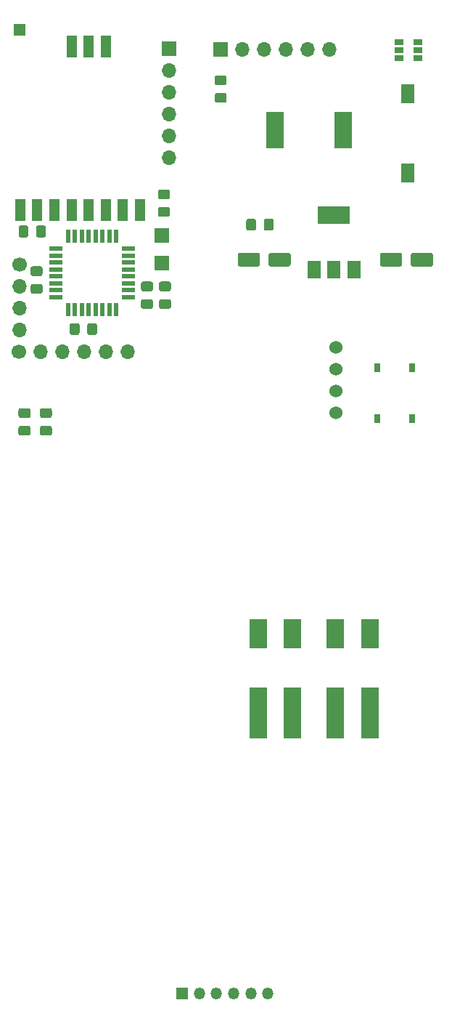
<source format=gbr>
G04 #@! TF.GenerationSoftware,KiCad,Pcbnew,(5.1.7)-1*
G04 #@! TF.CreationDate,2020-10-19T19:05:30+02:00*
G04 #@! TF.ProjectId,Touch-Steuerung,546f7563-682d-4537-9465-756572756e67,1.0*
G04 #@! TF.SameCoordinates,Original*
G04 #@! TF.FileFunction,Soldermask,Top*
G04 #@! TF.FilePolarity,Negative*
%FSLAX46Y46*%
G04 Gerber Fmt 4.6, Leading zero omitted, Abs format (unit mm)*
G04 Created by KiCad (PCBNEW (5.1.7)-1) date 2020-10-19 19:05:30*
%MOMM*%
%LPD*%
G01*
G04 APERTURE LIST*
%ADD10R,1.600000X2.180000*%
%ADD11C,1.700000*%
%ADD12O,1.700000X1.700000*%
%ADD13R,1.350000X1.350000*%
%ADD14R,1.600000X0.550000*%
%ADD15R,0.550000X1.600000*%
%ADD16R,1.200000X2.524000*%
%ADD17R,1.800000X1.750000*%
%ADD18O,1.350000X1.350000*%
%ADD19R,2.000000X4.200000*%
%ADD20R,0.700000X1.000000*%
%ADD21R,1.700000X1.700000*%
%ADD22R,2.000000X6.000000*%
%ADD23R,2.000000X3.500000*%
%ADD24R,3.800000X2.000000*%
%ADD25R,1.500000X2.000000*%
%ADD26R,1.060000X0.650000*%
%ADD27C,1.524000*%
G04 APERTURE END LIST*
G36*
G01*
X105375000Y-74525000D02*
X105375000Y-75625000D01*
G75*
G02*
X105125000Y-75875000I-250000J0D01*
G01*
X103025000Y-75875000D01*
G75*
G02*
X102775000Y-75625000I0J250000D01*
G01*
X102775000Y-74525000D01*
G75*
G02*
X103025000Y-74275000I250000J0D01*
G01*
X105125000Y-74275000D01*
G75*
G02*
X105375000Y-74525000I0J-250000D01*
G01*
G37*
G36*
G01*
X108975000Y-74525000D02*
X108975000Y-75625000D01*
G75*
G02*
X108725000Y-75875000I-250000J0D01*
G01*
X106625000Y-75875000D01*
G75*
G02*
X106375000Y-75625000I0J250000D01*
G01*
X106375000Y-74525000D01*
G75*
G02*
X106625000Y-74275000I250000J0D01*
G01*
X108725000Y-74275000D01*
G75*
G02*
X108975000Y-74525000I0J-250000D01*
G01*
G37*
D10*
X122650000Y-55785000D03*
X122650000Y-64965000D03*
D11*
X77341500Y-75601500D03*
D12*
X77341500Y-78141500D03*
X77341500Y-80681500D03*
X77341500Y-83221500D03*
D11*
X77278000Y-85761500D03*
D12*
X79818000Y-85761500D03*
X82358000Y-85761500D03*
X84898000Y-85761500D03*
X87438000Y-85761500D03*
X89978000Y-85761500D03*
D13*
X77300000Y-48300000D03*
G36*
G01*
X78859999Y-77893000D02*
X79760001Y-77893000D01*
G75*
G02*
X80010000Y-78142999I0J-249999D01*
G01*
X80010000Y-78793001D01*
G75*
G02*
X79760001Y-79043000I-249999J0D01*
G01*
X78859999Y-79043000D01*
G75*
G02*
X78610000Y-78793001I0J249999D01*
G01*
X78610000Y-78142999D01*
G75*
G02*
X78859999Y-77893000I249999J0D01*
G01*
G37*
G36*
G01*
X78859999Y-75843000D02*
X79760001Y-75843000D01*
G75*
G02*
X80010000Y-76092999I0J-249999D01*
G01*
X80010000Y-76743001D01*
G75*
G02*
X79760001Y-76993000I-249999J0D01*
G01*
X78859999Y-76993000D01*
G75*
G02*
X78610000Y-76743001I0J249999D01*
G01*
X78610000Y-76092999D01*
G75*
G02*
X78859999Y-75843000I249999J0D01*
G01*
G37*
G36*
G01*
X91750499Y-77621000D02*
X92650501Y-77621000D01*
G75*
G02*
X92900500Y-77870999I0J-249999D01*
G01*
X92900500Y-78521001D01*
G75*
G02*
X92650501Y-78771000I-249999J0D01*
G01*
X91750499Y-78771000D01*
G75*
G02*
X91500500Y-78521001I0J249999D01*
G01*
X91500500Y-77870999D01*
G75*
G02*
X91750499Y-77621000I249999J0D01*
G01*
G37*
G36*
G01*
X91750499Y-79671000D02*
X92650501Y-79671000D01*
G75*
G02*
X92900500Y-79920999I0J-249999D01*
G01*
X92900500Y-80571001D01*
G75*
G02*
X92650501Y-80821000I-249999J0D01*
G01*
X91750499Y-80821000D01*
G75*
G02*
X91500500Y-80571001I0J249999D01*
G01*
X91500500Y-79920999D01*
G75*
G02*
X91750499Y-79671000I249999J0D01*
G01*
G37*
G36*
G01*
X79252000Y-72241501D02*
X79252000Y-71341499D01*
G75*
G02*
X79501999Y-71091500I249999J0D01*
G01*
X80152001Y-71091500D01*
G75*
G02*
X80402000Y-71341499I0J-249999D01*
G01*
X80402000Y-72241501D01*
G75*
G02*
X80152001Y-72491500I-249999J0D01*
G01*
X79501999Y-72491500D01*
G75*
G02*
X79252000Y-72241501I0J249999D01*
G01*
G37*
G36*
G01*
X77202000Y-72241501D02*
X77202000Y-71341499D01*
G75*
G02*
X77451999Y-71091500I249999J0D01*
G01*
X78102001Y-71091500D01*
G75*
G02*
X78352000Y-71341499I0J-249999D01*
G01*
X78352000Y-72241501D01*
G75*
G02*
X78102001Y-72491500I-249999J0D01*
G01*
X77451999Y-72491500D01*
G75*
G02*
X77202000Y-72241501I0J249999D01*
G01*
G37*
G36*
G01*
X93845999Y-77621000D02*
X94746001Y-77621000D01*
G75*
G02*
X94996000Y-77870999I0J-249999D01*
G01*
X94996000Y-78521001D01*
G75*
G02*
X94746001Y-78771000I-249999J0D01*
G01*
X93845999Y-78771000D01*
G75*
G02*
X93596000Y-78521001I0J249999D01*
G01*
X93596000Y-77870999D01*
G75*
G02*
X93845999Y-77621000I249999J0D01*
G01*
G37*
G36*
G01*
X93845999Y-79671000D02*
X94746001Y-79671000D01*
G75*
G02*
X94996000Y-79920999I0J-249999D01*
G01*
X94996000Y-80571001D01*
G75*
G02*
X94746001Y-80821000I-249999J0D01*
G01*
X93845999Y-80821000D01*
G75*
G02*
X93596000Y-80571001I0J249999D01*
G01*
X93596000Y-79920999D01*
G75*
G02*
X93845999Y-79671000I249999J0D01*
G01*
G37*
G36*
G01*
X94619001Y-68039500D02*
X93718999Y-68039500D01*
G75*
G02*
X93469000Y-67789501I0J249999D01*
G01*
X93469000Y-67139499D01*
G75*
G02*
X93718999Y-66889500I249999J0D01*
G01*
X94619001Y-66889500D01*
G75*
G02*
X94869000Y-67139499I0J-249999D01*
G01*
X94869000Y-67789501D01*
G75*
G02*
X94619001Y-68039500I-249999J0D01*
G01*
G37*
G36*
G01*
X94619001Y-70089500D02*
X93718999Y-70089500D01*
G75*
G02*
X93469000Y-69839501I0J249999D01*
G01*
X93469000Y-69189499D01*
G75*
G02*
X93718999Y-68939500I249999J0D01*
G01*
X94619001Y-68939500D01*
G75*
G02*
X94869000Y-69189499I0J-249999D01*
G01*
X94869000Y-69839501D01*
G75*
G02*
X94619001Y-70089500I-249999J0D01*
G01*
G37*
D14*
X90037000Y-79417500D03*
X90037000Y-78617500D03*
X90037000Y-77817500D03*
X90037000Y-77017500D03*
X90037000Y-76217500D03*
X90037000Y-75417500D03*
X90037000Y-74617500D03*
X90037000Y-73817500D03*
D15*
X88587000Y-72367500D03*
X87787000Y-72367500D03*
X86987000Y-72367500D03*
X86187000Y-72367500D03*
X85387000Y-72367500D03*
X84587000Y-72367500D03*
X83787000Y-72367500D03*
X82987000Y-72367500D03*
D14*
X81537000Y-73817500D03*
X81537000Y-74617500D03*
X81537000Y-75417500D03*
X81537000Y-76217500D03*
X81537000Y-77017500D03*
X81537000Y-77817500D03*
X81537000Y-78617500D03*
X81537000Y-79417500D03*
D15*
X82987000Y-80867500D03*
X83787000Y-80867500D03*
X84587000Y-80867500D03*
X85387000Y-80867500D03*
X86187000Y-80867500D03*
X86987000Y-80867500D03*
X87787000Y-80867500D03*
X88587000Y-80867500D03*
D16*
X77390000Y-69282000D03*
X79390000Y-69282000D03*
X81390000Y-69282000D03*
X83390000Y-69282000D03*
X85390000Y-69282000D03*
X87390000Y-69282000D03*
X89390000Y-69282000D03*
X91390000Y-69282000D03*
X85390000Y-50282000D03*
X83390000Y-50282000D03*
X87390000Y-50282000D03*
G36*
G01*
X86371000Y-82707999D02*
X86371000Y-83608001D01*
G75*
G02*
X86121001Y-83858000I-249999J0D01*
G01*
X85470999Y-83858000D01*
G75*
G02*
X85221000Y-83608001I0J249999D01*
G01*
X85221000Y-82707999D01*
G75*
G02*
X85470999Y-82458000I249999J0D01*
G01*
X86121001Y-82458000D01*
G75*
G02*
X86371000Y-82707999I0J-249999D01*
G01*
G37*
G36*
G01*
X84321000Y-82707999D02*
X84321000Y-83608001D01*
G75*
G02*
X84071001Y-83858000I-249999J0D01*
G01*
X83420999Y-83858000D01*
G75*
G02*
X83171000Y-83608001I0J249999D01*
G01*
X83171000Y-82707999D01*
G75*
G02*
X83420999Y-82458000I249999J0D01*
G01*
X84071001Y-82458000D01*
G75*
G02*
X84321000Y-82707999I0J-249999D01*
G01*
G37*
D17*
X93915000Y-75512000D03*
X93915000Y-72262000D03*
G36*
G01*
X78350001Y-95575000D02*
X77449999Y-95575000D01*
G75*
G02*
X77200000Y-95325001I0J249999D01*
G01*
X77200000Y-94674999D01*
G75*
G02*
X77449999Y-94425000I249999J0D01*
G01*
X78350001Y-94425000D01*
G75*
G02*
X78600000Y-94674999I0J-249999D01*
G01*
X78600000Y-95325001D01*
G75*
G02*
X78350001Y-95575000I-249999J0D01*
G01*
G37*
G36*
G01*
X78350001Y-93525000D02*
X77449999Y-93525000D01*
G75*
G02*
X77200000Y-93275001I0J249999D01*
G01*
X77200000Y-92624999D01*
G75*
G02*
X77449999Y-92375000I249999J0D01*
G01*
X78350001Y-92375000D01*
G75*
G02*
X78600000Y-92624999I0J-249999D01*
G01*
X78600000Y-93275001D01*
G75*
G02*
X78350001Y-93525000I-249999J0D01*
G01*
G37*
G36*
G01*
X80850001Y-93525000D02*
X79949999Y-93525000D01*
G75*
G02*
X79700000Y-93275001I0J249999D01*
G01*
X79700000Y-92624999D01*
G75*
G02*
X79949999Y-92375000I249999J0D01*
G01*
X80850001Y-92375000D01*
G75*
G02*
X81100000Y-92624999I0J-249999D01*
G01*
X81100000Y-93275001D01*
G75*
G02*
X80850001Y-93525000I-249999J0D01*
G01*
G37*
G36*
G01*
X80850001Y-95575000D02*
X79949999Y-95575000D01*
G75*
G02*
X79700000Y-95325001I0J249999D01*
G01*
X79700000Y-94674999D01*
G75*
G02*
X79949999Y-94425000I249999J0D01*
G01*
X80850001Y-94425000D01*
G75*
G02*
X81100000Y-94674999I0J-249999D01*
G01*
X81100000Y-95325001D01*
G75*
G02*
X80850001Y-95575000I-249999J0D01*
G01*
G37*
G36*
G01*
X106975000Y-70549999D02*
X106975000Y-71450001D01*
G75*
G02*
X106725001Y-71700000I-249999J0D01*
G01*
X106074999Y-71700000D01*
G75*
G02*
X105825000Y-71450001I0J249999D01*
G01*
X105825000Y-70549999D01*
G75*
G02*
X106074999Y-70300000I249999J0D01*
G01*
X106725001Y-70300000D01*
G75*
G02*
X106975000Y-70549999I0J-249999D01*
G01*
G37*
G36*
G01*
X104925000Y-70549999D02*
X104925000Y-71450001D01*
G75*
G02*
X104675001Y-71700000I-249999J0D01*
G01*
X104024999Y-71700000D01*
G75*
G02*
X103775000Y-71450001I0J249999D01*
G01*
X103775000Y-70549999D01*
G75*
G02*
X104024999Y-70300000I249999J0D01*
G01*
X104675001Y-70300000D01*
G75*
G02*
X104925000Y-70549999I0J-249999D01*
G01*
G37*
D13*
X96300000Y-160600000D03*
D18*
X98300000Y-160600000D03*
X100300000Y-160600000D03*
X102300000Y-160600000D03*
X104300000Y-160600000D03*
X106300000Y-160600000D03*
D19*
X107100000Y-60000000D03*
X115100000Y-60000000D03*
G36*
G01*
X119375000Y-75625000D02*
X119375000Y-74525000D01*
G75*
G02*
X119625000Y-74275000I250000J0D01*
G01*
X121725000Y-74275000D01*
G75*
G02*
X121975000Y-74525000I0J-250000D01*
G01*
X121975000Y-75625000D01*
G75*
G02*
X121725000Y-75875000I-250000J0D01*
G01*
X119625000Y-75875000D01*
G75*
G02*
X119375000Y-75625000I0J250000D01*
G01*
G37*
G36*
G01*
X122975000Y-75625000D02*
X122975000Y-74525000D01*
G75*
G02*
X123225000Y-74275000I250000J0D01*
G01*
X125325000Y-74275000D01*
G75*
G02*
X125575000Y-74525000I0J-250000D01*
G01*
X125575000Y-75625000D01*
G75*
G02*
X125325000Y-75875000I-250000J0D01*
G01*
X123225000Y-75875000D01*
G75*
G02*
X122975000Y-75625000I0J250000D01*
G01*
G37*
D20*
X123100000Y-87625000D03*
X119100000Y-87625000D03*
X119100000Y-93575000D03*
X123100000Y-93575000D03*
D21*
X100800000Y-50600000D03*
D12*
X103340000Y-50600000D03*
X105880000Y-50600000D03*
X108420000Y-50600000D03*
X110960000Y-50600000D03*
X113500000Y-50600000D03*
X94800000Y-63200000D03*
X94800000Y-60660000D03*
X94800000Y-58120000D03*
X94800000Y-55580000D03*
X94800000Y-53040000D03*
D21*
X94800000Y-50500000D03*
D22*
X114200000Y-127900000D03*
D23*
X114200000Y-118650000D03*
D22*
X118200000Y-127900000D03*
D23*
X118200000Y-118650000D03*
X109200000Y-118650000D03*
D22*
X109200000Y-127900000D03*
D23*
X105200000Y-118650000D03*
D22*
X105200000Y-127900000D03*
D24*
X114025000Y-69900000D03*
D25*
X114025000Y-76200000D03*
X116325000Y-76200000D03*
X111725000Y-76200000D03*
D26*
X123800000Y-51600000D03*
X123800000Y-50650000D03*
X123800000Y-49700000D03*
X121600000Y-49700000D03*
X121600000Y-51600000D03*
X121600000Y-50650000D03*
G36*
G01*
X100349999Y-53600000D02*
X101250001Y-53600000D01*
G75*
G02*
X101500000Y-53849999I0J-249999D01*
G01*
X101500000Y-54500001D01*
G75*
G02*
X101250001Y-54750000I-249999J0D01*
G01*
X100349999Y-54750000D01*
G75*
G02*
X100100000Y-54500001I0J249999D01*
G01*
X100100000Y-53849999D01*
G75*
G02*
X100349999Y-53600000I249999J0D01*
G01*
G37*
G36*
G01*
X100349999Y-55650000D02*
X101250001Y-55650000D01*
G75*
G02*
X101500000Y-55899999I0J-249999D01*
G01*
X101500000Y-56550001D01*
G75*
G02*
X101250001Y-56800000I-249999J0D01*
G01*
X100349999Y-56800000D01*
G75*
G02*
X100100000Y-56550001I0J249999D01*
G01*
X100100000Y-55899999D01*
G75*
G02*
X100349999Y-55650000I249999J0D01*
G01*
G37*
D27*
X114220000Y-85290000D03*
X114220000Y-87830000D03*
X114220000Y-90370000D03*
X114220000Y-92910000D03*
M02*

</source>
